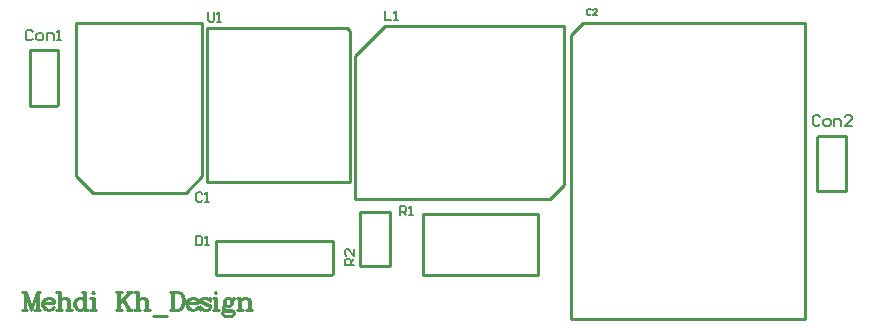
<source format=gto>
G04*
G04 #@! TF.GenerationSoftware,Altium Limited,Altium Designer,20.1.11 (218)*
G04*
G04 Layer_Color=65535*
%FSLAX44Y44*%
%MOMM*%
G71*
G04*
G04 #@! TF.SameCoordinates,6F68814C-33D5-4D04-8E5B-489F78E18062*
G04*
G04*
G04 #@! TF.FilePolarity,Positive*
G04*
G01*
G75*
%ADD10C,0.2540*%
%ADD11C,0.1900*%
%ADD12C,0.2000*%
D10*
X59690Y135890D02*
X73660Y121920D01*
X152400D01*
X166370Y135890D01*
X59690Y262890D02*
Y265430D01*
X166370D01*
Y261620D02*
Y265430D01*
Y135890D02*
Y261620D01*
X59690Y135890D02*
Y262890D01*
X295910Y116840D02*
Y217170D01*
X321310Y262890D02*
X472440D01*
X295910Y237490D02*
X321310Y262890D01*
X295910Y217170D02*
Y237490D01*
Y116840D02*
X449580D01*
X472440Y128270D02*
Y262890D01*
X461010Y116840D02*
X472440Y128270D01*
X449580Y116840D02*
X461010D01*
X170740Y130790D02*
X291390D01*
Y259060D01*
X170740Y261600D02*
X288850D01*
X291390Y259060D01*
X170740Y130790D02*
Y261600D01*
X299720Y60170D02*
Y105890D01*
X325120D01*
Y60170D02*
Y105890D01*
X299720Y60170D02*
X325120D01*
X478790Y224790D02*
Y255270D01*
X488950Y265430D01*
X676910D01*
X478790Y17780D02*
Y224790D01*
Y15240D02*
X673100D01*
X478790D02*
Y17780D01*
X676910Y15240D02*
Y265430D01*
X673100Y15240D02*
X676910D01*
X434340Y104140D02*
X450850D01*
X353060D02*
X434340D01*
X450850Y52070D02*
Y104140D01*
X353060Y52070D02*
Y104140D01*
Y52070D02*
X450850D01*
X180340Y81280D02*
X276860D01*
Y53340D02*
Y81280D01*
X275590Y52070D02*
X276860Y53340D01*
X177800Y52070D02*
X275590D01*
X177800D02*
Y81280D01*
X180340D01*
X20320Y195580D02*
X43180D01*
X20320D02*
Y242570D01*
X44450D01*
Y196850D02*
Y242570D01*
X43180Y195580D02*
X44450Y196850D01*
X688340Y170180D02*
X711200D01*
Y123190D02*
Y170180D01*
X687070Y123190D02*
X711200D01*
X687070D02*
Y168910D01*
X688340Y170180D01*
X16147Y38096D02*
Y22859D01*
X16872Y38096D02*
X21226Y25036D01*
X16147Y38096D02*
X21226Y22859D01*
X26305Y38096D02*
X21226Y22859D01*
X26305Y38096D02*
Y22859D01*
X27030Y38096D02*
Y22859D01*
X13970Y38096D02*
X16872D01*
X26305D02*
X29207D01*
X13970Y22859D02*
X18323D01*
X24128D02*
X29207D01*
X31674Y28663D02*
X40380D01*
Y30115D01*
X39655Y31566D01*
X38929Y32291D01*
X37478Y33017D01*
X35301D01*
X33125Y32291D01*
X31674Y30840D01*
X30948Y28663D01*
Y27212D01*
X31674Y25036D01*
X33125Y23584D01*
X35301Y22859D01*
X36753D01*
X38929Y23584D01*
X40380Y25036D01*
X39655Y28663D02*
Y30840D01*
X38929Y32291D01*
X35301Y33017D02*
X33850Y32291D01*
X32399Y30840D01*
X31674Y28663D01*
Y27212D01*
X32399Y25036D01*
X33850Y23584D01*
X35301Y22859D01*
X44879Y38096D02*
Y22859D01*
X45604Y38096D02*
Y22859D01*
Y30840D02*
X47056Y32291D01*
X49232Y33017D01*
X50683D01*
X52860Y32291D01*
X53586Y30840D01*
Y22859D01*
X50683Y33017D02*
X52134Y32291D01*
X52860Y30840D01*
Y22859D01*
X42702Y38096D02*
X45604D01*
X42702Y22859D02*
X47781D01*
X50683D02*
X55762D01*
X66428Y38096D02*
Y22859D01*
X67154Y38096D02*
Y22859D01*
X66428Y30840D02*
X64977Y32291D01*
X63526Y33017D01*
X62075D01*
X59898Y32291D01*
X58447Y30840D01*
X57721Y28663D01*
Y27212D01*
X58447Y25036D01*
X59898Y23584D01*
X62075Y22859D01*
X63526D01*
X64977Y23584D01*
X66428Y25036D01*
X62075Y33017D02*
X60623Y32291D01*
X59172Y30840D01*
X58447Y28663D01*
Y27212D01*
X59172Y25036D01*
X60623Y23584D01*
X62075Y22859D01*
X64251Y38096D02*
X67154D01*
X66428Y22859D02*
X69330D01*
X73611Y38096D02*
X72885Y37370D01*
X73611Y36644D01*
X74337Y37370D01*
X73611Y38096D01*
Y33017D02*
Y22859D01*
X74337Y33017D02*
Y22859D01*
X71434Y33017D02*
X74337D01*
X71434Y22859D02*
X76513D01*
X95160Y38096D02*
Y22859D01*
X95886Y38096D02*
Y22859D01*
X105318Y38096D02*
X95886Y28663D01*
X99513Y31566D02*
X105318Y22859D01*
X98788Y31566D02*
X104592Y22859D01*
X92983Y38096D02*
X98062D01*
X102416D02*
X106769D01*
X92983Y22859D02*
X98062D01*
X102416D02*
X106769D01*
X110832Y38096D02*
Y22859D01*
X111558Y38096D02*
Y22859D01*
Y30840D02*
X113009Y32291D01*
X115185Y33017D01*
X116636D01*
X118813Y32291D01*
X119539Y30840D01*
Y22859D01*
X116636Y33017D02*
X118088Y32291D01*
X118813Y30840D01*
Y22859D01*
X108655Y38096D02*
X111558D01*
X108655Y22859D02*
X113734D01*
X116636D02*
X121715D01*
X124400Y17780D02*
X136735D01*
X140870Y38096D02*
Y22859D01*
X141596Y38096D02*
Y22859D01*
X138694Y38096D02*
X145949D01*
X148126Y37370D01*
X149577Y35919D01*
X150302Y34468D01*
X151028Y32291D01*
Y28663D01*
X150302Y26487D01*
X149577Y25036D01*
X148126Y23584D01*
X145949Y22859D01*
X138694D01*
X145949Y38096D02*
X147400Y37370D01*
X148851Y35919D01*
X149577Y34468D01*
X150302Y32291D01*
Y28663D01*
X149577Y26487D01*
X148851Y25036D01*
X147400Y23584D01*
X145949Y22859D01*
X153785Y28663D02*
X162492D01*
Y30115D01*
X161766Y31566D01*
X161041Y32291D01*
X159590Y33017D01*
X157413D01*
X155236Y32291D01*
X153785Y30840D01*
X153060Y28663D01*
Y27212D01*
X153785Y25036D01*
X155236Y23584D01*
X157413Y22859D01*
X158864D01*
X161041Y23584D01*
X162492Y25036D01*
X161766Y28663D02*
Y30840D01*
X161041Y32291D01*
X157413Y33017D02*
X155962Y32291D01*
X154511Y30840D01*
X153785Y28663D01*
Y27212D01*
X154511Y25036D01*
X155962Y23584D01*
X157413Y22859D01*
X172069Y31566D02*
X172795Y33017D01*
Y30115D01*
X172069Y31566D01*
X171344Y32291D01*
X169893Y33017D01*
X166990D01*
X165539Y32291D01*
X164814Y31566D01*
Y30115D01*
X165539Y29389D01*
X166990Y28663D01*
X170618Y27212D01*
X172069Y26487D01*
X172795Y25761D01*
X164814Y30840D02*
X165539Y30115D01*
X166990Y29389D01*
X170618Y27938D01*
X172069Y27212D01*
X172795Y26487D01*
Y24310D01*
X172069Y23584D01*
X170618Y22859D01*
X167716D01*
X166265Y23584D01*
X165539Y24310D01*
X164814Y25761D01*
Y22859D01*
X165539Y24310D01*
X177438Y38096D02*
X176713Y37370D01*
X177438Y36644D01*
X178164Y37370D01*
X177438Y38096D01*
Y33017D02*
Y22859D01*
X178164Y33017D02*
Y22859D01*
X175262Y33017D02*
X178164D01*
X175262Y22859D02*
X180341D01*
X187451Y33017D02*
X186000Y32291D01*
X185274Y31566D01*
X184549Y30115D01*
Y28663D01*
X185274Y27212D01*
X186000Y26487D01*
X187451Y25761D01*
X188902D01*
X190353Y26487D01*
X191079Y27212D01*
X191804Y28663D01*
Y30115D01*
X191079Y31566D01*
X190353Y32291D01*
X188902Y33017D01*
X187451D01*
X186000Y32291D02*
X185274Y30840D01*
Y27938D01*
X186000Y26487D01*
X190353D02*
X191079Y27938D01*
Y30840D01*
X190353Y32291D01*
X191079Y31566D02*
X191804Y32291D01*
X193256Y33017D01*
Y32291D01*
X191804D01*
X185274Y27212D02*
X184549Y26487D01*
X183823Y25036D01*
Y24310D01*
X184549Y22859D01*
X186726Y22133D01*
X190353D01*
X192530Y21408D01*
X193256Y20682D01*
X183823Y24310D02*
X184549Y23584D01*
X186726Y22859D01*
X190353D01*
X192530Y22133D01*
X193256Y20682D01*
Y19957D01*
X192530Y18506D01*
X190353Y17780D01*
X186000D01*
X183823Y18506D01*
X183098Y19957D01*
Y20682D01*
X183823Y22133D01*
X186000Y22859D01*
X197682Y33017D02*
Y22859D01*
X198407Y33017D02*
Y22859D01*
Y30840D02*
X199858Y32291D01*
X202035Y33017D01*
X203486D01*
X205663Y32291D01*
X206388Y30840D01*
Y22859D01*
X203486Y33017D02*
X204937Y32291D01*
X205663Y30840D01*
Y22859D01*
X195505Y33017D02*
X198407D01*
X195505Y22859D02*
X200584D01*
X203486D02*
X208565D01*
D11*
X171198Y274509D02*
Y267844D01*
X172531Y266511D01*
X175197D01*
X176530Y267844D01*
Y274509D01*
X179196Y266511D02*
X181862D01*
X180529D01*
Y274509D01*
X179196Y273176D01*
X294829Y60645D02*
X286831D01*
Y64644D01*
X288164Y65977D01*
X290830D01*
X292163Y64644D01*
Y60645D01*
Y63311D02*
X294829Y65977D01*
Y73974D02*
Y68643D01*
X289497Y73974D01*
X288164D01*
X286831Y72642D01*
Y69976D01*
X288164Y68643D01*
X333758Y102681D02*
Y110679D01*
X337757D01*
X339090Y109346D01*
Y106680D01*
X337757Y105347D01*
X333758D01*
X336424D02*
X339090Y102681D01*
X341756D02*
X344422D01*
X343089D01*
Y110679D01*
X341756Y109346D01*
X321058Y275779D02*
Y267781D01*
X326390D01*
X329056D02*
X331722D01*
X330389D01*
Y275779D01*
X329056Y274446D01*
X161038Y85279D02*
Y77281D01*
X165037D01*
X166370Y78614D01*
Y83946D01*
X165037Y85279D01*
X161038D01*
X169036Y77281D02*
X171702D01*
X170369D01*
Y85279D01*
X169036Y83946D01*
X495577Y276555D02*
X494731Y277401D01*
X493038D01*
X492192Y276555D01*
Y273169D01*
X493038Y272323D01*
X494731D01*
X495577Y273169D01*
X500656Y272323D02*
X497270D01*
X500656Y275708D01*
Y276555D01*
X499809Y277401D01*
X498116D01*
X497270Y276555D01*
X166370Y120776D02*
X165037Y122109D01*
X162371D01*
X161038Y120776D01*
Y115444D01*
X162371Y114111D01*
X165037D01*
X166370Y115444D01*
X169036Y114111D02*
X171702D01*
X170369D01*
Y122109D01*
X169036Y120776D01*
D12*
X689273Y185879D02*
X687774Y187379D01*
X684775D01*
X683275Y185879D01*
Y179881D01*
X684775Y178382D01*
X687774D01*
X689273Y179881D01*
X693772Y178382D02*
X696771D01*
X698270Y179881D01*
Y182880D01*
X696771Y184380D01*
X693772D01*
X692272Y182880D01*
Y179881D01*
X693772Y178382D01*
X701270D02*
Y184380D01*
X705768D01*
X707268Y182880D01*
Y178382D01*
X716265D02*
X710267D01*
X716265Y184380D01*
Y185879D01*
X714765Y187379D01*
X711766D01*
X710267Y185879D01*
X22753Y258269D02*
X21253Y259769D01*
X18254D01*
X16755Y258269D01*
Y252271D01*
X18254Y250772D01*
X21253D01*
X22753Y252271D01*
X27252Y250772D02*
X30250D01*
X31750Y252271D01*
Y255270D01*
X30250Y256770D01*
X27252D01*
X25752Y255270D01*
Y252271D01*
X27252Y250772D01*
X34749D02*
Y256770D01*
X39248D01*
X40747Y255270D01*
Y250772D01*
X43746D02*
X46745D01*
X45246D01*
Y259769D01*
X43746Y258269D01*
M02*

</source>
